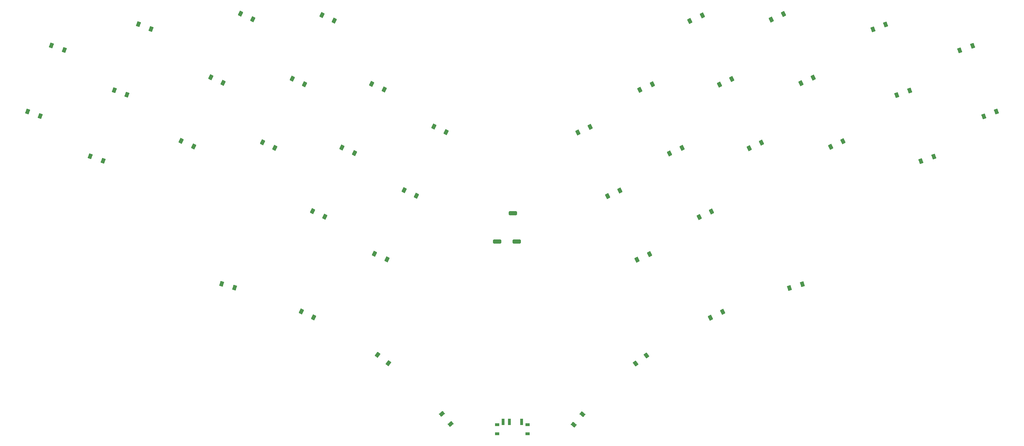
<source format=gbp>
%TF.GenerationSoftware,KiCad,Pcbnew,6.0.11-3.fc36*%
%TF.CreationDate,2023-03-08T22:01:10-05:00*%
%TF.ProjectId,moth,6d6f7468-2e6b-4696-9361-645f70636258,v1.0.0*%
%TF.SameCoordinates,Original*%
%TF.FileFunction,Paste,Bot*%
%TF.FilePolarity,Positive*%
%FSLAX46Y46*%
G04 Gerber Fmt 4.6, Leading zero omitted, Abs format (unit mm)*
G04 Created by KiCad (PCBNEW 6.0.11-3.fc36) date 2023-03-08 22:01:10*
%MOMM*%
%LPD*%
G01*
G04 APERTURE LIST*
G04 Aperture macros list*
%AMRoundRect*
0 Rectangle with rounded corners*
0 $1 Rounding radius*
0 $2 $3 $4 $5 $6 $7 $8 $9 X,Y pos of 4 corners*
0 Add a 4 corners polygon primitive as box body*
4,1,4,$2,$3,$4,$5,$6,$7,$8,$9,$2,$3,0*
0 Add four circle primitives for the rounded corners*
1,1,$1+$1,$2,$3*
1,1,$1+$1,$4,$5*
1,1,$1+$1,$6,$7*
1,1,$1+$1,$8,$9*
0 Add four rect primitives between the rounded corners*
20,1,$1+$1,$2,$3,$4,$5,0*
20,1,$1+$1,$4,$5,$6,$7,0*
20,1,$1+$1,$6,$7,$8,$9,0*
20,1,$1+$1,$8,$9,$2,$3,0*%
%AMRotRect*
0 Rectangle, with rotation*
0 The origin of the aperture is its center*
0 $1 length*
0 $2 width*
0 $3 Rotation angle, in degrees counterclockwise*
0 Add horizontal line*
21,1,$1,$2,0,0,$3*%
G04 Aperture macros list end*
%ADD10RoundRect,0.250000X0.750000X-0.250000X0.750000X0.250000X-0.750000X0.250000X-0.750000X-0.250000X0*%
%ADD11RoundRect,0.250000X-0.750000X0.250000X-0.750000X-0.250000X0.750000X-0.250000X0.750000X0.250000X0*%
%ADD12RotRect,0.900000X1.200000X335.000000*%
%ADD13RotRect,0.900000X1.200000X343.000000*%
%ADD14RotRect,0.900000X1.200000X25.000000*%
%ADD15RotRect,0.900000X1.200000X20.000000*%
%ADD16RotRect,0.900000X1.200000X49.000000*%
%ADD17RotRect,0.900000X1.200000X340.000000*%
%ADD18RotRect,0.900000X1.200000X311.000000*%
%ADD19RotRect,0.900000X1.200000X17.000000*%
%ADD20RotRect,0.900000X1.200000X323.000000*%
%ADD21RotRect,0.900000X1.200000X37.000000*%
%ADD22R,1.000000X0.800000*%
%ADD23R,0.700000X1.500000*%
G04 APERTURE END LIST*
D10*
X204216000Y-154813000D03*
X199517000Y-154813000D03*
D11*
X203327000Y-147955000D03*
D12*
X125977727Y-131753942D03*
X122986912Y-130359302D03*
D13*
X135927029Y-165985219D03*
X132771223Y-165020393D03*
D14*
X249168321Y-99986027D03*
X246177505Y-101380667D03*
X229219788Y-142389518D03*
X226228972Y-143784158D03*
D15*
X305239594Y-134167336D03*
X302138608Y-135296002D03*
D16*
X220176456Y-196637036D03*
X218011461Y-199127577D03*
D12*
X172805256Y-159106867D03*
X169814441Y-157712227D03*
D14*
X276047318Y-115036593D03*
X273056502Y-116431233D03*
X283231828Y-130443826D03*
X280241012Y-131838466D03*
D12*
X133162237Y-116346709D03*
X130171422Y-114952069D03*
X164944081Y-133373582D03*
X161953266Y-131978942D03*
D14*
X256352831Y-115393260D03*
X253362015Y-116787900D03*
X222035278Y-126982286D03*
X219044462Y-128376926D03*
D15*
X299425252Y-118192561D03*
X296324266Y-119321227D03*
D12*
X179989766Y-143699634D03*
X176998951Y-142304994D03*
D17*
X94683430Y-108397997D03*
X91582444Y-107269331D03*
D12*
X172128591Y-117966350D03*
X169137776Y-116571710D03*
D17*
X115702139Y-103278049D03*
X112601153Y-102149383D03*
D18*
X188257327Y-198976635D03*
X186092333Y-196486094D03*
D14*
X236404299Y-157796751D03*
X233413483Y-159191391D03*
D12*
X152856723Y-116703376D03*
X149865908Y-115308736D03*
D19*
X273437517Y-165078867D03*
X270281711Y-166043694D03*
D12*
X155094537Y-173126250D03*
X152103722Y-171731610D03*
D20*
X173217743Y-184223080D03*
X170582246Y-182237091D03*
D17*
X88869088Y-124372772D03*
X85768102Y-123244106D03*
D12*
X160041234Y-101296143D03*
X157050419Y-99901503D03*
D21*
X235658028Y-182357454D03*
X233022531Y-184343443D03*
D17*
X104073454Y-135227598D03*
X100972468Y-134098932D03*
D14*
X268862807Y-99629361D03*
X265871991Y-101024001D03*
X254115018Y-171816134D03*
X251124202Y-173210774D03*
X251449984Y-147470699D03*
X248459168Y-148865339D03*
D15*
X314629618Y-107337735D03*
X311528632Y-108466401D03*
X320443961Y-123312510D03*
X317342975Y-124441176D03*
D14*
X244265474Y-132063466D03*
X241274658Y-133458106D03*
D15*
X293610909Y-102217787D03*
X290509923Y-103346453D03*
D12*
X140346748Y-100939477D03*
X137355933Y-99544837D03*
X145672213Y-132110608D03*
X142681398Y-130715968D03*
X187174277Y-128292402D03*
X184183462Y-126897762D03*
X157759571Y-148780815D03*
X154768756Y-147386175D03*
D14*
X237080963Y-116656234D03*
X234090147Y-118050874D03*
X263537342Y-130800492D03*
X260546526Y-132195132D03*
D17*
X109887797Y-119252823D03*
X106786811Y-118124157D03*
D22*
X199550000Y-201328000D03*
X206850000Y-199118000D03*
X206850000Y-201328000D03*
X199550000Y-199118000D03*
D23*
X205450000Y-198468000D03*
X202450000Y-198468000D03*
X200950000Y-198468000D03*
M02*

</source>
